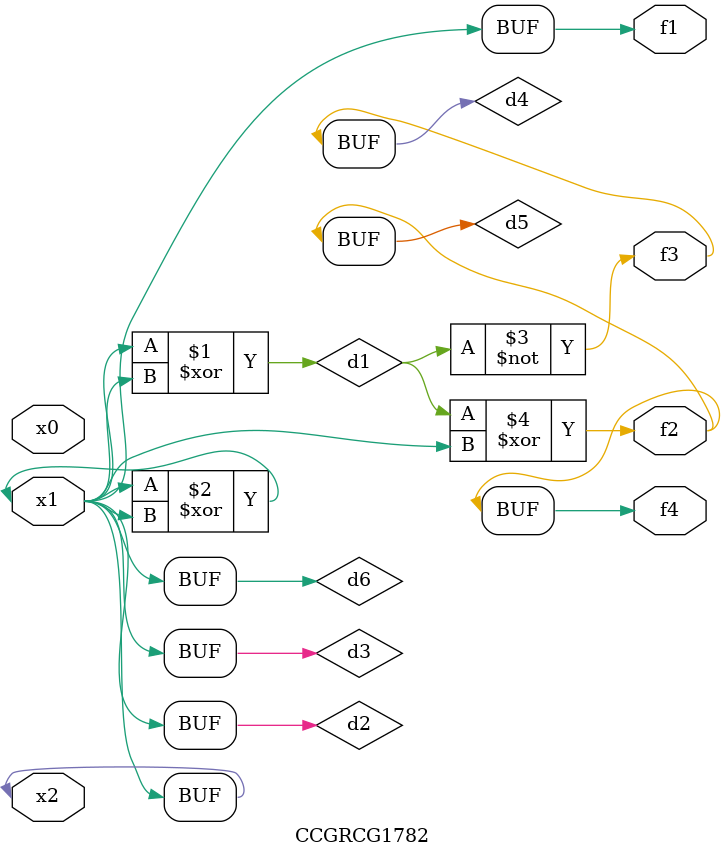
<source format=v>
module CCGRCG1782(
	input x0, x1, x2,
	output f1, f2, f3, f4
);

	wire d1, d2, d3, d4, d5, d6;

	xor (d1, x1, x2);
	buf (d2, x1, x2);
	xor (d3, x1, x2);
	nor (d4, d1);
	xor (d5, d1, d2);
	buf (d6, d2, d3);
	assign f1 = d6;
	assign f2 = d5;
	assign f3 = d4;
	assign f4 = d5;
endmodule

</source>
